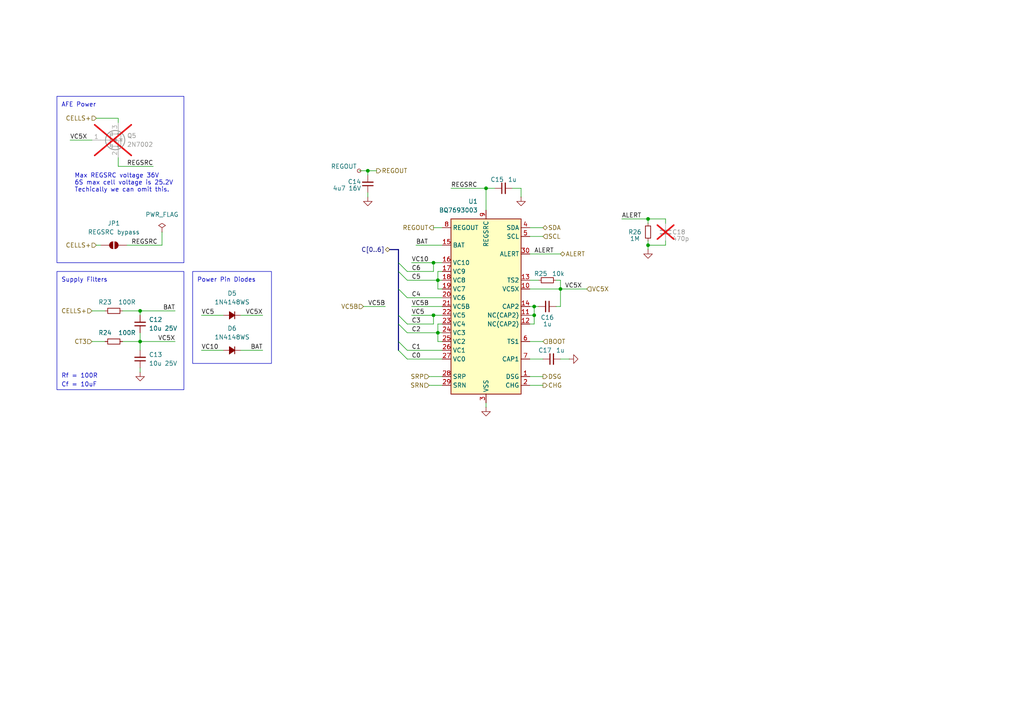
<source format=kicad_sch>
(kicad_sch (version 20250114) (generator "eeschema") (generator_version "9.0")
  (paper "A4")
  (title_block (title "6S_BMS") (date "2024-11-17") (rev "1.0") (company "NTURacing") (comment 1 "Jerrymk, Jack Kuo"))
  (lib_symbols
    (symbol "Battery_Management:BQ76930DBT"
      (property "Reference" "U" (at -7.62 26.67 0))
      (property "Value" "BQ76930DBT" (at 13.97 26.67 0))
      (symbol "BQ76930DBT_0_1"
        (rectangle (start -10.16 25.4) (end 10.16 -25.4) (stroke (width 0.254)) (fill (type background)))
      )
      (symbol "BQ76930DBT_1_0"
        (pin bidirectional line (at -12.7 15.24 0) (length 2.54) (name "ALERT") (number "30"))
        (pin passive line (at -12.7 7.62 0) (length 2.54) (name "TS2") (number "13"))
        (pin passive line (at -12.7 5.08 0) (length 2.54) (name "VC5X") (number "10"))
        (pin passive line (at -12.7 0 0) (length 2.54) (name "CAP2") (number "14"))
        (pin passive line (at -12.7 -2.54 0) (length 2.54) (name "NC(CAP2)") (number "11"))
        (pin passive line (at -12.7 -5.08 0) (length 2.54) (name "NC(CAP2)") (number "12"))
        (pin passive line (at -12.7 -10.16 0) (length 2.54) (name "TS1") (number "6"))
        (pin passive line (at -12.7 -15.24 0) (length 2.54) (name "CAP1") (number "7"))
        (pin power_in line (at 0 27.94 270) (length 2.54) (name "REGSRC") (number "9"))
        (pin power_out line (at 12.7 22.86 180) (length 2.54) (name "REGOUT") (number "8"))
        (pin input line (at 12.7 17.78 180) (length 2.54) (name "BAT") (number "15"))
        (pin input line (at 12.7 12.7 180) (length 2.54) (name "VC10") (number "16"))
        (pin input line (at 12.7 10.16 180) (length 2.54) (name "VC9") (number "17"))
        (pin input line (at 12.7 7.62 180) (length 2.54) (name "VC8") (number "18"))
        (pin input line (at 12.7 5.08 180) (length 2.54) (name "VC7") (number "19"))
        (pin input line (at 12.7 2.54 180) (length 2.54) (name "VC6") (number "20"))
        (pin input line (at 12.7 0 180) (length 2.54) (name "VC5B") (number "21"))
        (pin input line (at 12.7 -2.54 180) (length 2.54) (name "VC5") (number "22"))
        (pin input line (at 12.7 -5.08 180) (length 2.54) (name "VC4") (number "23"))
        (pin input line (at 12.7 -7.62 180) (length 2.54) (name "VC3") (number "24"))
        (pin input line (at 12.7 -10.16 180) (length 2.54) (name "VC2") (number "25"))
        (pin input line (at 12.7 -12.7 180) (length 2.54) (name "VC1") (number "26"))
        (pin input line (at 12.7 -15.24 180) (length 2.54) (name "VC0") (number "27"))
        (pin input line (at 12.7 -20.32 180) (length 2.54) (name "SRP") (number "28"))
        (pin input line (at 12.7 -22.86 180) (length 2.54) (name "SRN") (number "29"))
      )
      (symbol "BQ76930DBT_1_1"
        (pin bidirectional line (at -12.7 22.86 0) (length 2.54) (name "SDA") (number "4"))
        (pin input line (at -12.7 20.32 0) (length 2.54) (name "SCL") (number "5"))
        (pin output line (at -12.7 -20.32 0) (length 2.54) (name "DSG") (number "1"))
        (pin output line (at -12.7 -22.86 0) (length 2.54) (name "CHG") (number "2"))
        (pin power_in line (at 0 -27.94 90) (length 2.54) (name "VSS") (number "3"))
      )
    )
    (symbol "Connector:TestPoint_Small" (pin_numbers (hide yes)) (pin_names (offset 0.762) (hide yes))
      (property "Reference" "TP" (at 0 3.81 0))
      (property "Value" "TestPoint_Small" (at 0 2.032 0))
      (symbol "TestPoint_Small_0_1"
        (circle (center 0 0) (radius 0.508))
      )
      (symbol "TestPoint_Small_1_1"
        (pin passive line (at 0 0 90) (length 0) (name "1") (number "1"))
      )
    )
    (symbol "Device:C_Small" (pin_numbers (hide yes)) (pin_names (offset 0.254) (hide yes))
      (property "Reference" "C" (at 0.254 1.778 0))
      (property "Value" "C_Small" (at 0.254 -2.032 0))
      (symbol "C_Small_0_1"
        (polyline (pts (xy -1.524 0.508) (xy 1.524 0.508)) (stroke (width 0.3048)))
        (polyline (pts (xy -1.524 -0.508) (xy 1.524 -0.508)) (stroke (width 0.3302)))
      )
      (symbol "C_Small_1_1"
        (pin passive line (at 0 2.54 270) (length 2.032) (name "~") (number "1"))
        (pin passive line (at 0 -2.54 90) (length 2.032) (name "~") (number "2"))
      )
    )
    (symbol "Device:D_Small_Filled" (pin_numbers (hide yes)) (pin_names (offset 0.254) (hide yes))
      (property "Reference" "D" (at -1.27 2.032 0))
      (property "Value" "D_Small_Filled" (at -3.81 -2.032 0))
      (symbol "D_Small_Filled_0_1"
        (polyline (pts (xy -0.762 0) (xy 0.762 0)))
        (polyline (pts (xy -0.762 -1.016) (xy -0.762 1.016)) (stroke (width 0.254)))
        (polyline (pts (xy 0.762 -1.016) (xy -0.762 0) (xy 0.762 1.016) (xy 0.762 -1.016)) (stroke (width 0.254)) (fill (type outline)))
      )
      (symbol "D_Small_Filled_1_1"
        (pin passive line (at -2.54 0 0) (length 1.778) (name "K") (number "1"))
        (pin passive line (at 2.54 0 180) (length 1.778) (name "A") (number "2"))
      )
    )
    (symbol "Device:R_Small" (pin_numbers (hide yes)) (pin_names (offset 0.254) (hide yes))
      (property "Reference" "R" (at 0.762 0.508 0))
      (property "Value" "R_Small" (at 0.762 -1.016 0))
      (symbol "R_Small_0_1"
        (rectangle (start -0.762 1.778) (end 0.762 -1.778) (stroke (width 0.2032)))
      )
      (symbol "R_Small_1_1"
        (pin passive line (at 0 2.54 270) (length 0.762) (name "~") (number "1"))
        (pin passive line (at 0 -2.54 90) (length 0.762) (name "~") (number "2"))
      )
    )
    (symbol "GND_1" (power) (pin_numbers (hide yes)) (pin_names (offset 0) (hide yes))
      (property "Value" "GND" (at 0 -3.81 0))
      (symbol "GND_1_0_1"
        (polyline (pts (xy 0 0) (xy 0 -1.27) (xy 1.27 -1.27) (xy 0 -2.54) (xy -1.27 -1.27) (xy 0 -1.27)))
      )
      (symbol "GND_1_1_1"
        (pin power_in line (at 0 0 270) (length 0) (name "~") (number "1"))
      )
    )
    (symbol "Jumper:SolderJumper_2_Open" (pin_numbers (hide yes)) (pin_names (offset 0) (hide yes)) (exclude_from_sim yes) (in_bom no)
      (property "Reference" "JP" (at 0 2.032 0))
      (property "Value" "SolderJumper_2_Open" (at 0 -2.54 0))
      (symbol "SolderJumper_2_Open_0_1"
        (polyline (pts (xy -0.254 1.016) (xy -0.254 -1.016)))
        (arc (start -0.254 -1.016) (mid -1.2656 0) (end -0.254 1.016))
        (arc (start -0.254 -1.016) (mid -1.2656 0) (end -0.254 1.016) (fill (type outline)))
        (arc (start 0.254 1.016) (mid 1.2656 0) (end 0.254 -1.016))
        (arc (start 0.254 1.016) (mid 1.2656 0) (end 0.254 -1.016) (fill (type outline)))
        (polyline (pts (xy 0.254 1.016) (xy 0.254 -1.016)))
      )
      (symbol "SolderJumper_2_Open_1_1"
        (pin passive line (at -3.81 0 0) (length 2.54) (name "A") (number "1"))
        (pin passive line (at 3.81 0 180) (length 2.54) (name "B") (number "2"))
      )
    )
    (symbol "Transistor_FET:2N7002" (pin_names (hide yes))
      (property "Reference" "Q" (at 5.08 1.905 0))
      (property "Value" "2N7002" (at 5.08 0 0))
      (symbol "2N7002_0_1"
        (polyline (pts (xy 0.254 1.905) (xy 0.254 -1.905)) (stroke (width 0.254)))
        (polyline (pts (xy 0.254 0) (xy -2.54 0)))
        (polyline (pts (xy 0.762 2.286) (xy 0.762 1.27)) (stroke (width 0.254)))
        (polyline (pts (xy 0.762 0.508) (xy 0.762 -0.508)) (stroke (width 0.254)))
        (polyline (pts (xy 0.762 -1.27) (xy 0.762 -2.286)) (stroke (width 0.254)))
        (polyline (pts (xy 0.762 -1.778) (xy 3.302 -1.778) (xy 3.302 1.778) (xy 0.762 1.778)))
        (polyline (pts (xy 1.016 0) (xy 2.032 0.381) (xy 2.032 -0.381) (xy 1.016 0)) (fill (type outline)))
        (circle (center 1.651 0) (radius 2.794) (stroke (width 0.254)))
        (polyline (pts (xy 2.54 2.54) (xy 2.54 1.778)))
        (circle (center 2.54 1.778) (radius 0.254) (fill (type outline)))
        (circle (center 2.54 -1.778) (radius 0.254) (fill (type outline)))
        (polyline (pts (xy 2.54 -2.54) (xy 2.54 0) (xy 0.762 0)))
        (polyline (pts (xy 2.794 0.508) (xy 2.921 0.381) (xy 3.683 0.381) (xy 3.81 0.254)))
        (polyline (pts (xy 3.302 0.381) (xy 2.921 -0.254) (xy 3.683 -0.254) (xy 3.302 0.381)))
      )
      (symbol "2N7002_1_1"
        (pin input line (at -5.08 0 0) (length 2.54) (name "G") (number "1"))
        (pin passive line (at 2.54 5.08 270) (length 2.54) (name "D") (number "3"))
        (pin passive line (at 2.54 -5.08 90) (length 2.54) (name "S") (number "2"))
      )
    )
    (symbol "power:GND" (power) (pin_numbers (hide yes)) (pin_names (offset 0) (hide yes))
      (property "Value" "GND" (at 0 -3.81 0))
      (symbol "GND_0_1"
        (polyline (pts (xy 0 0) (xy 0 -1.27) (xy 1.27 -1.27) (xy 0 -2.54) (xy -1.27 -1.27) (xy 0 -1.27)))
      )
      (symbol "GND_1_1"
        (pin power_in line (at 0 0 270) (length 0) (name "~") (number "1"))
      )
    )
    (symbol "power:PWR_FLAG" (power) (pin_numbers (hide yes)) (pin_names (offset 0) (hide yes))
      (property "Value" "PWR_FLAG" (at 0 3.81 0))
      (symbol "PWR_FLAG_0_0"
        (pin power_out line (at 0 0 90) (length 0) (name "~") (number "1"))
      )
      (symbol "PWR_FLAG_0_1"
        (polyline (pts (xy 0 0) (xy 0 1.27) (xy -1.016 1.905) (xy 0 2.54) (xy 1.016 1.905) (xy 0 1.27)))
      )
    )
  )
  (rectangle (start 55.88 78.74) (end 78.74 105.41))
  (rectangle (start 16.51 78.74) (end 53.34 113.03))
  (rectangle (start 16.51 27.94) (end 53.34 76.2))
  (text "Max REGSRC voltage 36V\n6S max cell voltage is 25.2V\nTechically we can omit this." (at 21.59 55.88 0) (effects (font (size 1.27 1.27)) (justify left bottom)))
  (text "AFE Power" (at 17.78 30.48 0) (effects (font (size 1.27 1.27)) (justify left)))
  (text "Cf = 10uF" (at 17.78 112.395 0) (effects (font (size 1.27 1.27)) (justify left bottom)))
  (text "Power Pin Diodes" (at 57.15 81.28 0) (effects (font (size 1.27 1.27)) (justify left)))
  (text "Supply Filters" (at 17.78 81.28 0) (effects (font (size 1.27 1.27)) (justify left)))
  (text "Rf = 100R" (at 17.78 109.855 0) (effects (font (size 1.27 1.27)) (justify left bottom)))
  (junction (at 154.94 91.44))
  (junction (at 187.96 71.12))
  (junction (at 125.73 76.2))
  (junction (at 125.73 91.44))
  (junction (at 154.94 88.9))
  (junction (at 40.64 90.17))
  (junction (at 140.97 54.61))
  (junction (at 127 96.52))
  (junction (at 40.64 99.06))
  (junction (at 106.68 49.53))
  (junction (at 187.96 63.5))
  (junction (at 162.56 83.82))
  (junction (at 127 81.28))
  (bus_entry (at 115.57 76.2) (size 2.54 2.54))
  (bus_entry (at 115.57 83.82) (size 2.54 2.54))
  (bus_entry (at 115.57 91.44) (size 2.54 2.54))
  (bus_entry (at 115.57 99.06) (size 2.54 2.54))
  (bus_entry (at 115.57 101.6) (size 2.54 2.54))
  (bus_entry (at 115.57 93.98) (size 2.54 2.54))
  (bus_entry (at 115.57 78.74) (size 2.54 2.54))
  (wire (pts (xy 50.8 90.17) (xy 40.64 90.17)))
  (wire (pts (xy 34.29 34.29) (xy 27.94 34.29)))
  (wire (pts (xy 153.67 99.06) (xy 157.48 99.06)))
  (wire (pts (xy 153.67 73.66) (xy 162.56 73.66)))
  (bus (pts (xy 115.57 93.98) (xy 115.57 99.06)))
  (wire (pts (xy 153.67 66.04) (xy 157.48 66.04)))
  (wire (pts (xy 153.67 68.58) (xy 157.48 68.58)))
  (wire (pts (xy 118.11 104.14) (xy 128.27 104.14)))
  (wire (pts (xy 34.29 34.29) (xy 34.29 35.56)))
  (bus (pts (xy 113.03 72.39) (xy 115.57 72.39)))
  (wire (pts (xy 154.94 88.9) (xy 154.94 91.44)))
  (wire (pts (xy 118.11 78.74) (xy 125.73 78.74)))
  (wire (pts (xy 153.67 83.82) (xy 162.56 83.82)))
  (wire (pts (xy 119.38 88.9) (xy 128.27 88.9)))
  (wire (pts (xy 119.38 76.2) (xy 125.73 76.2)))
  (wire (pts (xy 187.96 63.5) (xy 193.04 63.5)))
  (wire (pts (xy 151.13 54.61) (xy 148.59 54.61)))
  (wire (pts (xy 58.42 91.44) (xy 64.77 91.44)))
  (wire (pts (xy 127 81.28) (xy 127 83.82)))
  (wire (pts (xy 120.65 71.12) (xy 128.27 71.12)))
  (wire (pts (xy 106.68 49.53) (xy 109.22 49.53)))
  (wire (pts (xy 40.64 107.95) (xy 40.64 106.68)))
  (wire (pts (xy 128.27 93.98) (xy 127 93.98)))
  (wire (pts (xy 127 78.74) (xy 127 81.28)))
  (wire (pts (xy 104.14 49.53) (xy 106.68 49.53)))
  (wire (pts (xy 40.64 91.44) (xy 40.64 90.17)))
  (wire (pts (xy 35.56 99.06) (xy 40.64 99.06)))
  (wire (pts (xy 106.68 50.8) (xy 106.68 49.53)))
  (wire (pts (xy 193.04 63.5) (xy 193.04 64.77)))
  (wire (pts (xy 125.73 76.2) (xy 128.27 76.2)))
  (wire (pts (xy 124.46 109.22) (xy 128.27 109.22)))
  (bus (pts (xy 115.57 83.82) (xy 115.57 91.44)))
  (wire (pts (xy 153.67 111.76) (xy 157.48 111.76)))
  (wire (pts (xy 118.11 96.52) (xy 127 96.52)))
  (wire (pts (xy 128.27 81.28) (xy 127 81.28)))
  (wire (pts (xy 154.94 93.98) (xy 154.94 91.44)))
  (wire (pts (xy 125.73 93.98) (xy 125.73 91.44)))
  (wire (pts (xy 27.94 71.12) (xy 29.21 71.12)))
  (wire (pts (xy 118.11 93.98) (xy 125.73 93.98)))
  (wire (pts (xy 30.48 90.17) (xy 26.67 90.17)))
  (wire (pts (xy 105.41 88.9) (xy 111.76 88.9)))
  (wire (pts (xy 130.81 54.61) (xy 140.97 54.61)))
  (wire (pts (xy 151.13 57.15) (xy 151.13 54.61)))
  (wire (pts (xy 162.56 83.82) (xy 170.18 83.82)))
  (wire (pts (xy 106.68 55.88) (xy 106.68 57.15)))
  (wire (pts (xy 161.29 88.9) (xy 162.56 88.9)))
  (wire (pts (xy 127 96.52) (xy 127 99.06)))
  (wire (pts (xy 40.64 99.06) (xy 40.64 101.6)))
  (wire (pts (xy 161.29 81.28) (xy 162.56 81.28)))
  (bus (pts (xy 115.57 76.2) (xy 115.57 78.74)))
  (wire (pts (xy 140.97 54.61) (xy 143.51 54.61)))
  (wire (pts (xy 26.67 99.06) (xy 30.48 99.06)))
  (wire (pts (xy 153.67 104.14) (xy 157.48 104.14)))
  (wire (pts (xy 193.04 71.12) (xy 187.96 71.12)))
  (wire (pts (xy 153.67 88.9) (xy 154.94 88.9)))
  (wire (pts (xy 162.56 83.82) (xy 162.56 88.9)))
  (wire (pts (xy 36.83 71.12) (xy 46.99 71.12)))
  (wire (pts (xy 140.97 54.61) (xy 140.97 60.96)))
  (wire (pts (xy 128.27 78.74) (xy 127 78.74)))
  (bus (pts (xy 115.57 99.06) (xy 115.57 101.6)))
  (wire (pts (xy 180.34 63.5) (xy 187.96 63.5)))
  (wire (pts (xy 125.73 66.04) (xy 128.27 66.04)))
  (wire (pts (xy 125.73 78.74) (xy 125.73 76.2)))
  (wire (pts (xy 127 99.06) (xy 128.27 99.06)))
  (wire (pts (xy 153.67 93.98) (xy 154.94 93.98)))
  (wire (pts (xy 193.04 69.85) (xy 193.04 71.12)))
  (wire (pts (xy 118.11 86.36) (xy 128.27 86.36)))
  (wire (pts (xy 187.96 71.12) (xy 187.96 72.39)))
  (wire (pts (xy 76.2 101.6) (xy 69.85 101.6)))
  (wire (pts (xy 140.97 116.84) (xy 140.97 118.11)))
  (wire (pts (xy 153.67 109.22) (xy 157.48 109.22)))
  (wire (pts (xy 125.73 91.44) (xy 128.27 91.44)))
  (wire (pts (xy 154.94 91.44) (xy 153.67 91.44)))
  (wire (pts (xy 118.11 81.28) (xy 127 81.28)))
  (wire (pts (xy 153.67 81.28) (xy 156.21 81.28)))
  (wire (pts (xy 187.96 69.85) (xy 187.96 71.12)))
  (wire (pts (xy 34.29 48.26) (xy 44.45 48.26)))
  (wire (pts (xy 162.56 81.28) (xy 162.56 83.82)))
  (wire (pts (xy 20.32 40.64) (xy 26.67 40.64)))
  (wire (pts (xy 127 83.82) (xy 128.27 83.82)))
  (bus (pts (xy 115.57 78.74) (xy 115.57 83.82)))
  (wire (pts (xy 119.38 91.44) (xy 125.73 91.44)))
  (wire (pts (xy 34.29 48.26) (xy 34.29 45.72)))
  (wire (pts (xy 46.99 67.31) (xy 46.99 71.12)))
  (wire (pts (xy 127 93.98) (xy 127 96.52)))
  (wire (pts (xy 128.27 96.52) (xy 127 96.52)))
  (wire (pts (xy 40.64 96.52) (xy 40.64 99.06)))
  (wire (pts (xy 50.8 99.06) (xy 40.64 99.06)))
  (wire (pts (xy 154.94 88.9) (xy 156.21 88.9)))
  (bus (pts (xy 115.57 91.44) (xy 115.57 93.98)))
  (wire (pts (xy 118.11 101.6) (xy 128.27 101.6)))
  (wire (pts (xy 76.2 91.44) (xy 69.85 91.44)))
  (wire (pts (xy 162.56 104.14) (xy 165.1 104.14)))
  (wire (pts (xy 35.56 90.17) (xy 40.64 90.17)))
  (wire (pts (xy 58.42 101.6) (xy 64.77 101.6)))
  (wire (pts (xy 124.46 111.76) (xy 128.27 111.76)))
  (wire (pts (xy 187.96 63.5) (xy 187.96 64.77)))
  (bus (pts (xy 115.57 72.39) (xy 115.57 76.2)))
  (label "C6" (at 119.38 78.74 0))
  (label "C2" (at 119.38 96.52 0))
  (label "C3" (at 119.38 93.98 0))
  (label "VC5X" (at 163.83 83.82 0))
  (label "VC5" (at 58.42 91.44 0))
  (label "VC10" (at 119.38 76.2 0))
  (label "BAT" (at 76.2 101.6 180))
  (label "C4" (at 119.38 86.36 0))
  (label "REGSRC" (at 45.72 71.12 180))
  (label "BAT" (at 120.65 71.12 0))
  (label "BAT" (at 50.8 90.17 180))
  (label "C1" (at 119.38 101.6 0))
  (label "VC5X" (at 50.8 99.06 180))
  (label "VC5B" (at 119.38 88.9 0))
  (label "REGSRC" (at 130.81 54.61 0))
  (label "VC5X" (at 20.32 40.64 0))
  (label "ALERT" (at 180.34 63.5 0))
  (label "VC5X" (at 76.2 91.44 180))
  (label "REGSRC" (at 44.45 48.26 180))
  (label "VC5B" (at 111.76 88.9 180))
  (label "ALERT" (at 154.94 73.66 0))
  (label "VC5" (at 119.38 91.44 0))
  (label "C0" (at 119.38 104.14 0))
  (label "VC10" (at 58.42 101.6 0))
  (label "C5" (at 119.38 81.28 0))
  (hierarchical_label "CELLS+" (shape input) (at 27.94 71.12 180))
  (hierarchical_label "DSG" (shape output) (at 157.48 109.22 0))
  (hierarchical_label "BOOT" (shape input) (at 157.48 99.06 0))
  (hierarchical_label "REGOUT" (shape output) (at 125.73 66.04 180))
  (hierarchical_label "SRP" (shape input) (at 124.46 109.22 180))
  (hierarchical_label "CHG" (shape output) (at 157.48 111.76 0))
  (hierarchical_label "C[0..6]" (shape bidirectional) (at 113.03 72.39 180))
  (hierarchical_label "CELLS+" (shape input) (at 26.67 90.17 180))
  (hierarchical_label "CELLS+" (shape input) (at 27.94 34.29 180))
  (hierarchical_label "SRN" (shape input) (at 124.46 111.76 180))
  (hierarchical_label "CT3" (shape input) (at 26.67 99.06 180))
  (hierarchical_label "REGOUT" (shape output) (at 109.22 49.53 0))
  (hierarchical_label "VC5B" (shape input) (at 105.41 88.9 180))
  (hierarchical_label "ALERT" (shape bidirectional) (at 162.56 73.66 0))
  (hierarchical_label "VC5X" (shape input) (at 170.18 83.82 0))
  (hierarchical_label "SCL" (shape input) (at 157.48 68.58 0))
  (hierarchical_label "SDA" (shape bidirectional) (at 157.48 66.04 0))
  (symbol (lib_id "Device:C_Small") (at 193.04 67.31 0) (unit 1) (dnp yes)
    (property "Reference" "C18" (at 194.945 67.31 0) (effects (justify left)))
    (property "Value" "470p" (at 194.945 69.215 0) (effects (justify left)))
    (property "Footprint" "Capacitor_SMD:C_0402_1005Metric" (effects (hide yes)))
    (property "Description" "Unpolarized capacitor, small symbol" (effects (hide yes)))
  )
  (symbol (lib_id "power:GND") (at 106.68 57.15 0) (mirror y) (unit 1)
    (property "Reference" "#PWR020" (effects (hide yes)))
    (property "Value" "GND" (effects (hide yes)))
    (property "Description" "Power symbol creates a global label with name \"GND\" , ground" (effects (hide yes)))
  )
  (symbol (lib_id "Device:R_Small") (at 158.75 81.28 90) (unit 1)
    (property "Reference" "R25" (at 156.845 79.375 90))
    (property "Value" "10k" (at 161.925 79.375 90))
    (property "Footprint" "Resistor_SMD:R_0402_1005Metric" (effects (hide yes)))
    (property "Description" "Resistor, small symbol" (effects (hide yes)))
  )
  (symbol (lib_name "GND_1") (lib_id "power:GND") (at 165.1 104.14 90) (mirror x) (unit 1)
    (property "Reference" "#PWR023" (effects (hide yes)))
    (property "Value" "GND" (effects (hide yes)))
    (property "Description" "Power symbol creates a global label with name \"GND\" , ground" (effects (hide yes)))
  )
  (symbol (lib_id "Connector:TestPoint_Small") (at 104.14 49.53 0) (mirror y) (unit 1)
    (property "Reference" "TP12" (effects (hide yes)))
    (property "Value" "REGOUT" (at 103.505 48.26 0) (effects (justify left)))
    (property "Footprint" "TestPoint:TestPoint_Pad_D1.0mm" (effects (hide yes)))
    (property "Description" "test point" (effects (hide yes)))
  )
  (symbol (lib_id "Device:R_Small") (at 33.02 99.06 90) (unit 1)
    (property "Reference" "R24" (at 30.48 96.52 90))
    (property "Value" "100R" (at 36.83 96.52 90))
    (property "Footprint" "Resistor_SMD:R_0402_1005Metric" (effects (hide yes)))
    (property "Description" "Resistor, small symbol" (effects (hide yes)))
  )
  (symbol (lib_id "power:GND") (at 187.96 72.39 0) (mirror y) (unit 1)
    (property "Reference" "#PWR024" (effects (hide yes)))
    (property "Value" "GND" (effects (hide yes)))
    (property "Description" "Power symbol creates a global label with name \"GND\" , ground" (effects (hide yes)))
  )
  (symbol (lib_id "Device:C_Small") (at 146.05 54.61 90) (unit 1)
    (property "Reference" "C15" (at 142.24 52.07 90) (effects (justify right)))
    (property "Value" "1u" (at 147.32 52.07 90) (effects (justify right)))
    (property "Footprint" "Capacitor_SMD:C_0603_1608Metric" (effects (hide yes)))
    (property "Description" "Unpolarized capacitor, small symbol" (effects (hide yes)))
  )
  (symbol (lib_id "Battery_Management:BQ76930DBT") (at 140.97 88.9 0) (mirror y) (unit 1)
    (property "Reference" "U1" (at 138.5871 58.42 0) (effects (justify left)))
    (property "Value" "BQ7693003" (at 138.5871 60.96 0) (effects (justify left)))
    (property "Footprint" "Package_SO:TSSOP-30_4.4x7.8mm_P0.5mm" (effects (hide yes)))
    (property "Datasheet" "http://www.ti.com/lit/ds/symlink/bq76930.pdf" (effects (hide yes)))
    (property "Description" "Lithium battery monitor, 6-10 cells, integrated balancing, I2C interface, TSSOP-30" (effects (hide yes)))
  )
  (symbol (lib_id "Device:R_Small") (at 33.02 90.17 270) (unit 1)
    (property "Reference" "R23" (at 30.48 87.63 90))
    (property "Value" "100R" (at 36.83 87.63 90))
    (property "Footprint" "Resistor_SMD:R_0402_1005Metric" (effects (hide yes)))
    (property "Description" "Resistor, small symbol" (effects (hide yes)))
  )
  (symbol (lib_id "power:PWR_FLAG") (at 46.99 67.31 0) (unit 1)
    (property "Reference" "#FLG05" (effects (hide yes)))
    (property "Value" "PWR_FLAG" (at 46.99 62.23 0))
    (property "Description" "Special symbol for telling ERC where power comes from" (effects (hide yes)))
  )
  (symbol (lib_id "Device:C_Small") (at 40.64 93.98 180) (unit 1)
    (property "Reference" "C12" (at 43.18 92.7036 0) (effects (justify right)))
    (property "Value" "10u 25V" (at 43.18 95.2436 0) (effects (justify right)))
    (property "Footprint" "Capacitor_SMD:C_0805_2012Metric" (effects (hide yes)))
    (property "Description" "Unpolarized capacitor, small symbol" (effects (hide yes)))
  )
  (symbol (lib_id "Device:C_Small") (at 160.02 104.14 90) (unit 1)
    (property "Reference" "C17" (at 160.02 101.6 90) (effects (justify left)))
    (property "Value" "1u" (at 163.83 101.6 90) (effects (justify left)))
    (property "Footprint" "Capacitor_SMD:C_0402_1005Metric" (effects (hide yes)))
    (property "Description" "Unpolarized capacitor, small symbol" (effects (hide yes)))
  )
  (symbol (lib_id "Device:C_Small") (at 106.68 53.34 0) (mirror x) (unit 1)
    (property "Reference" "C14" (at 104.775 52.705 0) (effects (justify right)))
    (property "Value" "4u7 16V" (at 104.775 54.61 0) (effects (justify right)))
    (property "Footprint" "Capacitor_SMD:C_0603_1608Metric" (effects (hide yes)))
    (property "Description" "Unpolarized capacitor, small symbol" (effects (hide yes)))
  )
  (symbol (lib_id "Device:D_Small_Filled") (at 67.31 91.44 0) (mirror y) (unit 1)
    (property "Reference" "D5" (at 67.31 85.09 0))
    (property "Value" "1N4148WS" (at 67.31 87.63 0))
    (property "Footprint" "Diode_SMD:D_SOD-323" (effects (hide yes)))
    (property "Description" "Diode, small symbol, filled shape" (effects (hide yes)))
    (property "Sim.Device" "D" (effects (hide yes)))
    (property "Sim.Pins" "1=K 2=A" (effects (hide yes)))
  )
  (symbol (lib_id "Device:D_Small_Filled") (at 67.31 101.6 0) (mirror y) (unit 1)
    (property "Reference" "D6" (at 67.31 95.25 0))
    (property "Value" "1N4148WS" (at 67.31 97.79 0))
    (property "Footprint" "Diode_SMD:D_SOD-323" (effects (hide yes)))
    (property "Description" "Diode, small symbol, filled shape" (effects (hide yes)))
    (property "Sim.Device" "D" (effects (hide yes)))
    (property "Sim.Pins" "1=K 2=A" (effects (hide yes)))
  )
  (symbol (lib_id "Device:R_Small") (at 187.96 67.31 0) (mirror x) (unit 1)
    (property "Reference" "R26" (at 184.15 67.31 0))
    (property "Value" "1M" (at 184.15 69.215 0))
    (property "Footprint" "Resistor_SMD:R_0402_1005Metric" (effects (hide yes)))
    (property "Description" "Resistor, small symbol" (effects (hide yes)))
  )
  (symbol (lib_id "Transistor_FET:2N7002") (at 31.75 40.64 0) (unit 1) (exclude_from_sim yes) (in_bom no) (on_board no) (dnp yes)
    (property "Reference" "Q5" (at 36.83 39.37 0) (effects (justify left)))
    (property "Value" "2N7002" (at 36.83 41.91 0) (effects (justify left)))
    (property "Footprint" "Package_TO_SOT_SMD:SOT-23" (effects (hide yes)))
    (property "Datasheet" "https://www.onsemi.com/pub/Collateral/NDS7002A-D.PDF" (effects (hide yes)))
    (property "Description" "0.115A Id, 60V Vds, N-Channel MOSFET, SOT-23" (effects (hide yes)))
  )
  (symbol (lib_id "Jumper:SolderJumper_2_Open") (at 33.02 71.12 180) (unit 1) (exclude_from_sim yes) (in_bom no)
    (property "Reference" "JP1" (at 33.02 64.77 0))
    (property "Value" "REGSRC bypass" (at 33.02 67.31 0))
    (property "Footprint" "Jumper:SolderJumper-2_P1.3mm_Open_TrianglePad1.0x1.5mm" (effects (hide yes)))
    (property "Description" "Solder Jumper, 2-pole, open" (effects (hide yes)))
  )
  (symbol (lib_id "power:GND") (at 40.64 107.95 0) (mirror y) (unit 1)
    (property "Reference" "#PWR019" (effects (hide yes)))
    (property "Value" "GND" (effects (hide yes)))
    (property "Description" "Power symbol creates a global label with name \"GND\" , ground" (effects (hide yes)))
  )
  (symbol (lib_id "power:GND") (at 151.13 57.15 0) (mirror y) (unit 1)
    (property "Reference" "#PWR022" (effects (hide yes)))
    (property "Value" "GND" (effects (hide yes)))
    (property "Description" "Power symbol creates a global label with name \"GND\" , ground" (effects (hide yes)))
  )
  (symbol (lib_name "GND_1") (lib_id "power:GND") (at 140.97 118.11 0) (mirror y) (unit 1)
    (property "Reference" "#PWR021" (effects (hide yes)))
    (property "Value" "GND" (effects (hide yes)))
    (property "Description" "Power symbol creates a global label with name \"GND\" , ground" (effects (hide yes)))
  )
  (symbol (lib_id "Device:C_Small") (at 40.64 104.14 180) (unit 1)
    (property "Reference" "C13" (at 43.18 102.8636 0) (effects (justify right)))
    (property "Value" "10u 25V" (at 43.18 105.4036 0) (effects (justify right)))
    (property "Footprint" "Capacitor_SMD:C_0805_2012Metric" (effects (hide yes)))
    (property "Description" "Unpolarized capacitor, small symbol" (effects (hide yes)))
  )
  (symbol (lib_id "Device:C_Small") (at 158.75 88.9 270) (unit 1)
    (property "Reference" "C16" (at 158.75 92.075 90))
    (property "Value" "1u" (at 157.48 93.98 90) (effects (justify left)))
    (property "Footprint" "Capacitor_SMD:C_0402_1005Metric" (effects (hide yes)))
    (property "Description" "Unpolarized capacitor, small symbol" (effects (hide yes)))
  )
)
</source>
